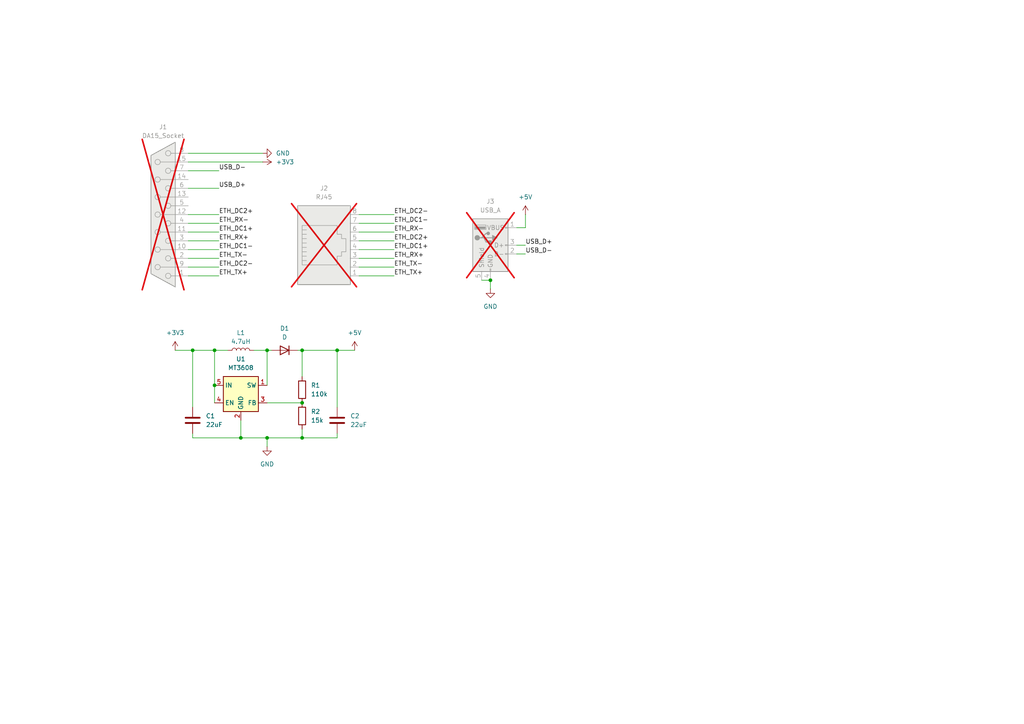
<source format=kicad_sch>
(kicad_sch (version 20250114) (generator "eeschema") (generator_version "9.0")
  (paper "A4")
  (lib_symbols
    (symbol "Connector:DA15_Socket" (pin_names (offset 1.016) (hide yes))
      (property "Reference" "J" (at 0.508 21.59 0))
      (property "Value" "DA15_Socket" (at 0 -22.225 0))
      (symbol "DA15_Socket_0_1"
        (polyline (pts (xy -3.81 20.955) (xy 3.175 17.145) (xy 3.175 -17.145) (xy -3.81 -20.955) (xy -3.81 20.955)) (stroke (width 0.254)) (fill (type background)))
        (polyline (pts (xy -3.81 17.78) (xy -2.54 17.78)))
        (polyline (pts (xy -3.81 15.24) (xy 0.508 15.24)))
        (polyline (pts (xy -3.81 12.7) (xy -2.54 12.7)))
        (polyline (pts (xy -3.81 10.16) (xy 0.508 10.16)))
        (polyline (pts (xy -3.81 7.62) (xy -2.54 7.62)))
        (polyline (pts (xy -3.81 5.08) (xy 0.508 5.08)))
        (polyline (pts (xy -3.81 2.54) (xy -2.54 2.54)))
        (polyline (pts (xy -3.81 0) (xy 0.508 0)))
        (polyline (pts (xy -3.81 -2.54) (xy -2.54 -2.54)))
        (polyline (pts (xy -3.81 -5.08) (xy 0.508 -5.08)))
        (polyline (pts (xy -3.81 -7.62) (xy -2.54 -7.62)))
        (polyline (pts (xy -3.81 -10.16) (xy 0.508 -10.16)))
        (polyline (pts (xy -3.81 -12.7) (xy -2.54 -12.7)))
        (polyline (pts (xy -3.81 -15.24) (xy 0.508 -15.24)))
        (polyline (pts (xy -3.81 -17.78) (xy -2.54 -17.78)))
        (circle (center -1.778 17.78) (radius 0.762))
        (circle (center -1.778 12.7) (radius 0.762))
        (circle (center -1.778 7.62) (radius 0.762))
        (circle (center -1.778 2.54) (radius 0.762))
        (circle (center -1.778 -2.54) (radius 0.762))
        (circle (center -1.778 -7.62) (radius 0.762))
        (circle (center -1.778 -12.7) (radius 0.762))
        (circle (center -1.778 -17.78) (radius 0.762))
        (circle (center 1.27 15.24) (radius 0.762))
        (circle (center 1.27 10.16) (radius 0.762))
        (circle (center 1.27 5.08) (radius 0.762))
        (circle (center 1.27 0) (radius 0.762))
        (circle (center 1.27 -5.08) (radius 0.762))
        (circle (center 1.27 -10.16) (radius 0.762))
        (circle (center 1.27 -15.24) (radius 0.762))
      )
      (symbol "DA15_Socket_1_1"
        (pin passive line (at -7.62 17.78 0) (length 3.81) (name "1") (number "1"))
        (pin passive line (at -7.62 15.24 0) (length 3.81) (name "P9") (number "9"))
        (pin passive line (at -7.62 12.7 0) (length 3.81) (name "2") (number "2"))
        (pin passive line (at -7.62 10.16 0) (length 3.81) (name "P10") (number "10"))
        (pin passive line (at -7.62 7.62 0) (length 3.81) (name "3") (number "3"))
        (pin passive line (at -7.62 5.08 0) (length 3.81) (name "P111") (number "11"))
        (pin passive line (at -7.62 2.54 0) (length 3.81) (name "4") (number "4"))
        (pin passive line (at -7.62 0 0) (length 3.81) (name "P12") (number "12"))
        (pin passive line (at -7.62 -2.54 0) (length 3.81) (name "5") (number "5"))
        (pin passive line (at -7.62 -5.08 0) (length 3.81) (name "P13") (number "13"))
        (pin passive line (at -7.62 -7.62 0) (length 3.81) (name "6") (number "6"))
        (pin passive line (at -7.62 -10.16 0) (length 3.81) (name "P14") (number "14"))
        (pin passive line (at -7.62 -12.7 0) (length 3.81) (name "7") (number "7"))
        (pin passive line (at -7.62 -15.24 0) (length 3.81) (name "P15") (number "15"))
        (pin passive line (at -7.62 -17.78 0) (length 3.81) (name "8") (number "8"))
      )
    )
    (symbol "Connector:RJ45" (pin_names (offset 1.016))
      (property "Reference" "J" (at -5.08 13.97 0))
      (property "Value" "RJ45" (at 2.54 13.97 0))
      (symbol "RJ45_0_1"
        (polyline (pts (xy -6.35 1.905) (xy -5.08 1.905) (xy -5.08 1.905)))
        (polyline (pts (xy -6.35 0.635) (xy -5.08 0.635) (xy -5.08 0.635)))
        (polyline (pts (xy -6.35 -0.635) (xy -5.08 -0.635) (xy -5.08 -0.635)))
        (polyline (pts (xy -6.35 -1.905) (xy -5.08 -1.905) (xy -5.08 -1.905)))
        (polyline (pts (xy -6.35 -3.175) (xy -5.08 -3.175) (xy -5.08 -3.175)))
        (polyline (pts (xy -6.35 -4.445) (xy -6.35 6.985) (xy 3.81 6.985) (xy 3.81 4.445) (xy 5.08 4.445) (xy 5.08 3.175) (xy 6.35 3.175) (xy 6.35 -0.635) (xy 5.08 -0.635) (xy 5.08 -1.905) (xy 3.81 -1.905) (xy 3.81 -4.445) (xy -6.35 -4.445) (xy -6.35 -4.445)))
        (polyline (pts (xy -5.08 5.715) (xy -6.35 5.715)))
        (polyline (pts (xy -5.08 4.445) (xy -6.35 4.445)))
        (polyline (pts (xy -5.08 3.175) (xy -6.35 3.175) (xy -6.35 3.175)))
        (rectangle (start 7.62 12.7) (end -7.62 -10.16) (stroke (width 0.254)) (fill (type background)))
      )
      (symbol "RJ45_1_1"
        (pin passive line (at 10.16 10.16 180) (length 2.54) (name "~") (number "8"))
        (pin passive line (at 10.16 7.62 180) (length 2.54) (name "~") (number "7"))
        (pin passive line (at 10.16 5.08 180) (length 2.54) (name "~") (number "6"))
        (pin passive line (at 10.16 2.54 180) (length 2.54) (name "~") (number "5"))
        (pin passive line (at 10.16 0 180) (length 2.54) (name "~") (number "4"))
        (pin passive line (at 10.16 -2.54 180) (length 2.54) (name "~") (number "3"))
        (pin passive line (at 10.16 -5.08 180) (length 2.54) (name "~") (number "2"))
        (pin passive line (at 10.16 -7.62 180) (length 2.54) (name "~") (number "1"))
      )
    )
    (symbol "Connector:USB_A" (pin_names (offset 1.016))
      (property "Reference" "J" (at -5.08 11.43 0))
      (property "Value" "USB_A" (at -5.08 8.89 0))
      (symbol "USB_A_0_1"
        (rectangle (start -5.08 -7.62) (end 5.08 7.62) (stroke (width 0.254)) (fill (type background)))
        (circle (center -3.81 2.159) (radius 0.635) (stroke (width 0.254)) (fill (type outline)))
        (polyline (pts (xy -3.175 2.159) (xy -2.54 2.159) (xy -1.27 3.429) (xy -0.635 3.429)) (stroke (width 0.254)))
        (polyline (pts (xy -2.54 2.159) (xy -1.905 2.159) (xy -1.27 0.889) (xy 0 0.889)) (stroke (width 0.254)))
        (rectangle (start -1.524 4.826) (end -4.318 5.334) (fill (type outline)))
        (rectangle (start -1.27 4.572) (end -4.572 5.842))
        (circle (center -0.635 3.429) (radius 0.381) (stroke (width 0.254)) (fill (type outline)))
        (rectangle (start -0.127 -7.62) (end 0.127 -6.858))
        (rectangle (start 0.254 1.27) (end -0.508 0.508) (stroke (width 0.254)) (fill (type outline)))
        (polyline (pts (xy 0.635 2.794) (xy 0.635 1.524) (xy 1.905 2.159) (xy 0.635 2.794)) (stroke (width 0.254)) (fill (type outline)))
        (rectangle (start 5.08 4.953) (end 4.318 5.207))
        (rectangle (start 5.08 -0.127) (end 4.318 0.127))
        (rectangle (start 5.08 -2.667) (end 4.318 -2.413))
      )
      (symbol "USB_A_1_1"
        (polyline (pts (xy -1.905 2.159) (xy 0.635 2.159)) (stroke (width 0.254)))
        (pin passive line (at -2.54 -10.16 90) (length 2.54) (name "Shield") (number "5"))
        (pin power_in line (at 0 -10.16 90) (length 2.54) (name "GND") (number "4"))
        (pin power_in line (at 7.62 5.08 180) (length 2.54) (name "VBUS") (number "1"))
        (pin bidirectional line (at 7.62 0 180) (length 2.54) (name "D+") (number "3"))
        (pin bidirectional line (at 7.62 -2.54 180) (length 2.54) (name "D-") (number "2"))
      )
    )
    (symbol "Device:C" (pin_numbers (hide yes)) (pin_names (offset 0.254))
      (property "Reference" "C" (at 0.635 2.54 0))
      (property "Value" "C" (at 0.635 -2.54 0))
      (symbol "C_0_1"
        (polyline (pts (xy -2.032 0.762) (xy 2.032 0.762)) (stroke (width 0.508)))
        (polyline (pts (xy -2.032 -0.762) (xy 2.032 -0.762)) (stroke (width 0.508)))
      )
      (symbol "C_1_1"
        (pin passive line (at 0 3.81 270) (length 2.794) (name "~") (number "1"))
        (pin passive line (at 0 -3.81 90) (length 2.794) (name "~") (number "2"))
      )
    )
    (symbol "Device:D" (pin_numbers (hide yes)) (pin_names (offset 1.016) (hide yes))
      (property "Reference" "D" (at 0 2.54 0))
      (property "Value" "D" (at 0 -2.54 0))
      (symbol "D_0_1"
        (polyline (pts (xy -1.27 1.27) (xy -1.27 -1.27)) (stroke (width 0.254)))
        (polyline (pts (xy 1.27 1.27) (xy 1.27 -1.27) (xy -1.27 0) (xy 1.27 1.27)) (stroke (width 0.254)))
        (polyline (pts (xy 1.27 0) (xy -1.27 0)))
      )
      (symbol "D_1_1"
        (pin passive line (at -3.81 0 0) (length 2.54) (name "K") (number "1"))
        (pin passive line (at 3.81 0 180) (length 2.54) (name "A") (number "2"))
      )
    )
    (symbol "Device:L" (pin_numbers (hide yes)) (pin_names (offset 1.016) (hide yes))
      (property "Reference" "L" (at -1.27 0 90))
      (property "Value" "L" (at 1.905 0 90))
      (symbol "L_0_1"
        (arc (start 0 2.54) (mid 0.6323 1.905) (end 0 1.27))
        (arc (start 0 1.27) (mid 0.6323 0.635) (end 0 0))
        (arc (start 0 0) (mid 0.6323 -0.635) (end 0 -1.27))
        (arc (start 0 -1.27) (mid 0.6323 -1.905) (end 0 -2.54))
      )
      (symbol "L_1_1"
        (pin passive line (at 0 3.81 270) (length 1.27) (name "1") (number "1"))
        (pin passive line (at 0 -3.81 90) (length 1.27) (name "2") (number "2"))
      )
    )
    (symbol "Device:R" (pin_numbers (hide yes)) (pin_names (offset 0))
      (property "Reference" "R" (at 2.032 0 90))
      (property "Value" "R" (at 0 0 90))
      (symbol "R_0_1"
        (rectangle (start -1.016 -2.54) (end 1.016 2.54) (stroke (width 0.254)))
      )
      (symbol "R_1_1"
        (pin passive line (at 0 3.81 270) (length 1.27) (name "~") (number "1"))
        (pin passive line (at 0 -3.81 90) (length 1.27) (name "~") (number "2"))
      )
    )
    (symbol "Regulator_Switching:MT3608"
      (property "Reference" "U" (at -2.54 8.89 0))
      (property "Value" "MT3608" (at -3.81 6.35 0))
      (symbol "MT3608_0_1"
        (rectangle (start -5.08 5.08) (end 5.08 -5.08) (stroke (width 0.254)) (fill (type background)))
      )
      (symbol "MT3608_1_1"
        (pin power_in line (at -7.62 2.54 0) (length 2.54) (name "IN") (number "5"))
        (pin input line (at -7.62 -2.54 0) (length 2.54) (name "EN") (number "4"))
        (pin power_in line (at 0 -7.62 90) (length 2.54) (name "GND") (number "2"))
        (pin no_connect line (at 5.08 0 180) (length 2.54) (hide yes) (name "NC") (number "6"))
        (pin passive line (at 7.62 2.54 180) (length 2.54) (name "SW") (number "1"))
        (pin input line (at 7.62 -2.54 180) (length 2.54) (name "FB") (number "3"))
      )
    )
    (symbol "power:+3V3" (power) (pin_numbers (hide yes)) (pin_names (offset 0) (hide yes))
      (property "Value" "+3V3" (at 0 3.556 0))
      (symbol "+3V3_0_1"
        (polyline (pts (xy -0.762 1.27) (xy 0 2.54)))
        (polyline (pts (xy 0 2.54) (xy 0.762 1.27)))
        (polyline (pts (xy 0 0) (xy 0 2.54)))
      )
      (symbol "+3V3_1_1"
        (pin power_in line (at 0 0 90) (length 0) (name "~") (number "1"))
      )
    )
    (symbol "power:+5V" (power) (pin_numbers (hide yes)) (pin_names (offset 0) (hide yes))
      (property "Value" "+5V" (at 0 3.556 0))
      (symbol "+5V_0_1"
        (polyline (pts (xy -0.762 1.27) (xy 0 2.54)))
        (polyline (pts (xy 0 2.54) (xy 0.762 1.27)))
        (polyline (pts (xy 0 0) (xy 0 2.54)))
      )
      (symbol "+5V_1_1"
        (pin power_in line (at 0 0 90) (length 0) (name "~") (number "1"))
      )
    )
    (symbol "power:GND" (power) (pin_numbers (hide yes)) (pin_names (offset 0) (hide yes))
      (property "Value" "GND" (at 0 -3.81 0))
      (symbol "GND_0_1"
        (polyline (pts (xy 0 0) (xy 0 -1.27) (xy 1.27 -1.27) (xy 0 -2.54) (xy -1.27 -1.27) (xy 0 -1.27)))
      )
      (symbol "GND_1_1"
        (pin power_in line (at 0 0 270) (length 0) (name "~") (number "1"))
      )
    )
  )
  (junction (at 97.79 101.6))
  (junction (at 62.23 111.76))
  (junction (at 87.63 101.6))
  (junction (at 55.88 101.6))
  (junction (at 77.47 101.6))
  (junction (at 142.24 81.28))
  (junction (at 87.63 127))
  (junction (at 69.85 127))
  (junction (at 77.47 127))
  (junction (at 62.23 101.6))
  (junction (at 87.63 116.84))
  (wire (pts (xy 86.36 101.6) (xy 87.63 101.6)))
  (wire (pts (xy 63.5 49.53) (xy 54.61 49.53)))
  (wire (pts (xy 54.61 67.31) (xy 63.5 67.31)))
  (wire (pts (xy 54.61 64.77) (xy 63.5 64.77)))
  (wire (pts (xy 62.23 111.76) (xy 62.23 101.6)))
  (wire (pts (xy 142.24 83.82) (xy 142.24 81.28)))
  (wire (pts (xy 87.63 109.22) (xy 87.63 101.6)))
  (wire (pts (xy 69.85 121.92) (xy 69.85 127)))
  (wire (pts (xy 54.61 69.85) (xy 63.5 69.85)))
  (wire (pts (xy 152.4 62.23) (xy 152.4 66.04)))
  (wire (pts (xy 77.47 127) (xy 87.63 127)))
  (wire (pts (xy 55.88 127) (xy 69.85 127)))
  (wire (pts (xy 55.88 127) (xy 55.88 125.73)))
  (wire (pts (xy 50.8 101.6) (xy 55.88 101.6)))
  (wire (pts (xy 77.47 101.6) (xy 73.66 101.6)))
  (wire (pts (xy 77.47 127) (xy 69.85 127)))
  (wire (pts (xy 54.61 77.47) (xy 63.5 77.47)))
  (wire (pts (xy 54.61 72.39) (xy 63.5 72.39)))
  (wire (pts (xy 104.14 74.93) (xy 114.3 74.93)))
  (wire (pts (xy 78.74 101.6) (xy 77.47 101.6)))
  (wire (pts (xy 76.2 44.45) (xy 54.61 44.45)))
  (wire (pts (xy 62.23 111.76) (xy 62.23 116.84)))
  (wire (pts (xy 54.61 80.01) (xy 63.5 80.01)))
  (wire (pts (xy 87.63 124.46) (xy 87.63 127)))
  (wire (pts (xy 152.4 66.04) (xy 149.86 66.04)))
  (wire (pts (xy 97.79 101.6) (xy 97.79 118.11)))
  (wire (pts (xy 104.14 69.85) (xy 114.3 69.85)))
  (wire (pts (xy 152.4 73.66) (xy 149.86 73.66)))
  (wire (pts (xy 54.61 62.23) (xy 63.5 62.23)))
  (wire (pts (xy 104.14 64.77) (xy 114.3 64.77)))
  (wire (pts (xy 77.47 111.76) (xy 77.47 101.6)))
  (wire (pts (xy 97.79 125.73) (xy 97.79 127)))
  (wire (pts (xy 104.14 72.39) (xy 114.3 72.39)))
  (wire (pts (xy 104.14 62.23) (xy 114.3 62.23)))
  (wire (pts (xy 152.4 71.12) (xy 149.86 71.12)))
  (wire (pts (xy 55.88 101.6) (xy 55.88 118.11)))
  (wire (pts (xy 62.23 101.6) (xy 66.04 101.6)))
  (wire (pts (xy 76.2 46.99) (xy 54.61 46.99)))
  (wire (pts (xy 97.79 101.6) (xy 102.87 101.6)))
  (wire (pts (xy 104.14 67.31) (xy 114.3 67.31)))
  (wire (pts (xy 139.7 81.28) (xy 142.24 81.28)))
  (wire (pts (xy 87.63 101.6) (xy 97.79 101.6)))
  (wire (pts (xy 97.79 127) (xy 87.63 127)))
  (wire (pts (xy 63.5 54.61) (xy 54.61 54.61)))
  (wire (pts (xy 55.88 101.6) (xy 62.23 101.6)))
  (wire (pts (xy 104.14 80.01) (xy 114.3 80.01)))
  (wire (pts (xy 54.61 74.93) (xy 63.5 74.93)))
  (wire (pts (xy 77.47 116.84) (xy 87.63 116.84)))
  (wire (pts (xy 104.14 77.47) (xy 114.3 77.47)))
  (wire (pts (xy 77.47 127) (xy 77.47 129.54)))
  (label "USB_D-" (at 63.5 49.53 0))
  (label "ETH_DC2-" (at 114.3 62.23 0))
  (label "ETH_TX+" (at 114.3 80.01 0))
  (label "ETH_DC1-" (at 63.5 72.39 0))
  (label "ETH_RX+" (at 63.5 69.85 0))
  (label "USB_D+" (at 152.4 71.12 0))
  (label "USB_D-" (at 152.4 73.66 0))
  (label "ETH_TX-" (at 63.5 74.93 0))
  (label "ETH_TX+" (at 63.5 80.01 0))
  (label "ETH_DC1-" (at 114.3 64.77 0))
  (label "ETH_RX-" (at 63.5 64.77 0))
  (label "ETH_DC2+" (at 114.3 69.85 0))
  (label "ETH_TX-" (at 114.3 77.47 0))
  (label "ETH_RX+" (at 114.3 74.93 0))
  (label "ETH_DC2-" (at 63.5 77.47 0))
  (label "USB_D+" (at 63.5 54.61 0))
  (label "ETH_DC1+" (at 63.5 67.31 0))
  (label "ETH_RX-" (at 114.3 67.31 0))
  (label "ETH_DC1+" (at 114.3 72.39 0))
  (label "ETH_DC2+" (at 63.5 62.23 0))
  (symbol (lib_id "Connector:RJ45") (at 93.98 72.39 0) (unit 1) (in_bom no) (dnp yes)
    (property "Reference" "J2" (at 93.98 54.61 0))
    (property "Value" "RJ45" (at 93.98 57.15 0))
    (property "Footprint" "Connector_RJ:RJ45_OST_PJ012-8P8CX_Vertical" (effects (hide yes)))
    (property "Description" "RJ connector, 8P8C (8 positions 8 connected)" (effects (hide yes)))
  )
  (symbol (lib_id "power:+3V3") (at 76.2 46.99 270) (unit 1)
    (property "Reference" "#PWR07" (effects (hide yes)))
    (property "Value" "+3V3" (at 80.01 46.9899 90) (effects (justify left)))
    (property "Description" "Power symbol creates a global label with name \"+3V3\"" (effects (hide yes)))
  )
  (symbol (lib_id "Regulator_Switching:MT3608") (at 69.85 114.3 0) (unit 1)
    (property "Reference" "U1" (at 69.85 104.14 0))
    (property "Value" "MT3608" (at 69.85 106.68 0))
    (property "Footprint" "Package_TO_SOT_SMD:SOT-23-6" (effects (hide yes)))
    (property "Datasheet" "https://www.lcsc.com/datasheet/C84817.pdf" (effects (hide yes)))
    (property "Description" "High Efficiency 1.2MHz 2A Step Up Converter, 2-24V Vin, 28V Vout, 4A current limit, 1.2MHz, SOT23-6" (effects (hide yes)))
    (property "LCSC" "C84817" (effects (hide yes)))
  )
  (symbol (lib_id "Connector:USB_A") (at 142.24 71.12 0) (unit 1) (in_bom no) (dnp yes)
    (property "Reference" "J3" (at 142.24 58.42 0))
    (property "Value" "USB_A" (at 142.24 60.96 0))
    (property "Footprint" "Connector_USB:USB_A_Molex_105057_Vertical" (effects (hide yes)))
    (property "Description" "USB Type A connector" (effects (hide yes)))
  )
  (symbol (lib_id "power:GND") (at 77.47 129.54 0) (unit 1)
    (property "Reference" "#PWR01" (effects (hide yes)))
    (property "Value" "GND" (at 77.47 134.62 0))
    (property "Description" "Power symbol creates a global label with name \"GND\" , ground" (effects (hide yes)))
  )
  (symbol (lib_id "power:+3V3") (at 50.8 101.6 0) (unit 1)
    (property "Reference" "#PWR02" (effects (hide yes)))
    (property "Value" "+3V3" (at 50.8 96.52 0))
    (property "Description" "Power symbol creates a global label with name \"+3V3\"" (effects (hide yes)))
  )
  (symbol (lib_id "power:GND") (at 76.2 44.45 90) (unit 1)
    (property "Reference" "#PWR04" (effects (hide yes)))
    (property "Value" "GND" (at 80.01 44.4499 90) (effects (justify right)))
    (property "Description" "Power symbol creates a global label with name \"GND\" , ground" (effects (hide yes)))
  )
  (symbol (lib_id "Connector:DA15_Socket") (at 46.99 62.23 180) (unit 1) (in_bom no) (dnp yes)
    (property "Reference" "J1" (at 47.3075 36.83 0))
    (property "Value" "DA15_Socket" (at 47.3075 39.37 0))
    (property "Footprint" "Connector_Dsub:DSUB-15_Socket_Vertical_P2.77x2.84mm" (effects (hide yes)))
    (property "Description" "15-pin D-SUB connector, socket (female) (low-density/2 columns)" (effects (hide yes)))
  )
  (symbol (lib_id "Device:D") (at 82.55 101.6 180) (unit 1)
    (property "Reference" "D1" (at 82.55 95.25 0))
    (property "Value" "D" (at 82.55 97.79 0))
    (property "Footprint" "Diode_SMD:D_SMA" (effects (hide yes)))
    (property "Datasheet" "https://www.lcsc.com/datasheet/C727050.pdf" (effects (hide yes)))
    (property "Description" "Diode" (effects (hide yes)))
    (property "Sim.Device" "D" (effects (hide yes)))
    (property "Sim.Pins" "1=K 2=A" (effects (hide yes)))
    (property "LCSC" "C727050" (effects (hide yes)))
  )
  (symbol (lib_id "Device:R") (at 87.63 120.65 0) (unit 1)
    (property "Reference" "R2" (at 90.17 119.3799 0) (effects (justify left)))
    (property "Value" "15k" (at 90.17 121.9199 0) (effects (justify left)))
    (property "Footprint" "Resistor_SMD:R_0603_1608Metric" (effects (hide yes)))
    (property "Datasheet" "https://www.lcsc.com/datasheet/C2906995.pdf" (effects (hide yes)))
    (property "Description" "Resistor" (effects (hide yes)))
    (property "LCSC" "C2906995" (effects (hide yes)))
  )
  (symbol (lib_id "Device:R") (at 87.63 113.03 0) (unit 1)
    (property "Reference" "R1" (at 90.17 111.7599 0) (effects (justify left)))
    (property "Value" "110k" (at 90.17 114.2999 0) (effects (justify left)))
    (property "Footprint" "Resistor_SMD:R_0603_1608Metric" (effects (hide yes)))
    (property "Datasheet" "https://www.lcsc.com/datasheet/C2906984.pdf" (effects (hide yes)))
    (property "Description" "Resistor" (effects (hide yes)))
    (property "LCSC" "C2906984" (effects (hide yes)))
  )
  (symbol (lib_id "power:+5V") (at 152.4 62.23 0) (unit 1)
    (property "Reference" "#PWR06" (effects (hide yes)))
    (property "Value" "+5V" (at 152.4 57.15 0))
    (property "Description" "Power symbol creates a global label with name \"+5V\"" (effects (hide yes)))
  )
  (symbol (lib_id "Device:L") (at 69.85 101.6 90) (unit 1)
    (property "Reference" "L1" (at 69.85 96.52 90))
    (property "Value" "4.7uH" (at 69.85 99.06 90))
    (property "Footprint" "Inductor_SMD:L_APV_APH0630" (effects (hide yes)))
    (property "Datasheet" "https://www.lcsc.com/datasheet/C5349702.pdf" (effects (hide yes)))
    (property "Description" "Inductor" (effects (hide yes)))
    (property "LCSC" "C5349702" (effects (hide yes)))
  )
  (symbol (lib_id "power:GND") (at 142.24 83.82 0) (unit 1)
    (property "Reference" "#PWR05" (effects (hide yes)))
    (property "Value" "GND" (at 142.24 88.9 0))
    (property "Description" "Power symbol creates a global label with name \"GND\" , ground" (effects (hide yes)))
  )
  (symbol (lib_id "Device:C") (at 55.88 121.92 0) (unit 1)
    (property "Reference" "C1" (at 59.69 120.6499 0) (effects (justify left)))
    (property "Value" "22uF" (at 59.69 123.1899 0) (effects (justify left)))
    (property "Footprint" "Capacitor_SMD:C_0603_1608Metric" (effects (hide yes)))
    (property "Datasheet" "https://www.lcsc.com/datasheet/C86295.pdf" (effects (hide yes)))
    (property "Description" "Unpolarized capacitor" (effects (hide yes)))
    (property "LCSC" "C86295" (effects (hide yes)))
  )
  (symbol (lib_id "Device:C") (at 97.79 121.92 0) (unit 1)
    (property "Reference" "C2" (at 101.6 120.6499 0) (effects (justify left)))
    (property "Value" "22uF" (at 101.6 123.1899 0) (effects (justify left)))
    (property "Footprint" "Capacitor_SMD:C_0603_1608Metric" (effects (hide yes)))
    (property "Datasheet" "https://www.lcsc.com/datasheet/C86295.pdf" (effects (hide yes)))
    (property "Description" "Unpolarized capacitor" (effects (hide yes)))
    (property "LCSC" "C86295" (effects (hide yes)))
  )
  (symbol (lib_id "power:+5V") (at 102.87 101.6 0) (unit 1)
    (property "Reference" "#PWR03" (effects (hide yes)))
    (property "Value" "+5V" (at 102.87 96.52 0))
    (property "Description" "Power symbol creates a global label with name \"+5V\"" (effects (hide yes)))
  )
)
</source>
